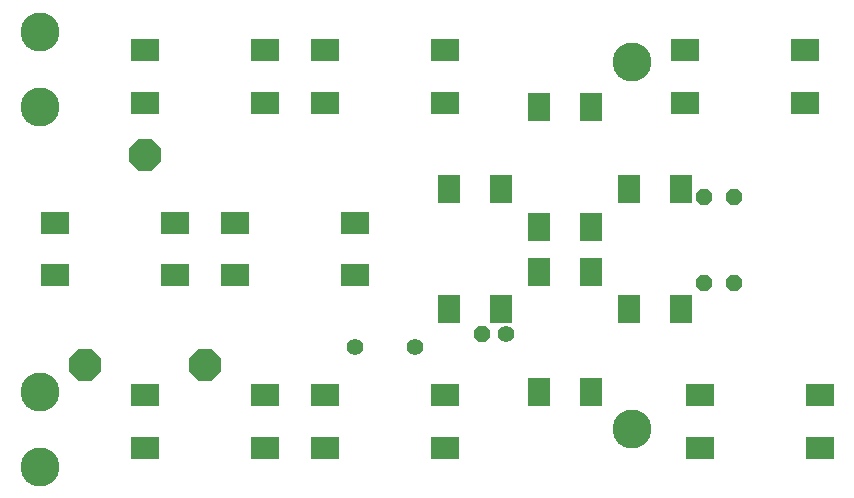
<source format=gbs>
G75*
G70*
%OFA0B0*%
%FSLAX24Y24*%
%IPPOS*%
%LPD*%
%AMOC8*
5,1,8,0,0,1.08239X$1,22.5*
%
%ADD10C,0.1300*%
%ADD11OC8,0.0560*%
%ADD12C,0.0560*%
%ADD13OC8,0.1040*%
%ADD14R,0.0940X0.0740*%
%ADD15R,0.0740X0.0940*%
D10*
X001130Y001130D03*
X001130Y003630D03*
X001130Y013130D03*
X001130Y015630D03*
X020880Y014630D03*
X020880Y002380D03*
D11*
X015855Y005568D03*
X023255Y007255D03*
X024255Y007255D03*
X024255Y010130D03*
X023255Y010130D03*
D12*
X016655Y005568D03*
X013630Y005130D03*
X011630Y005130D03*
D13*
X006630Y004505D03*
X002630Y004505D03*
X004630Y011505D03*
D14*
X004630Y013255D03*
X004630Y015005D03*
X008630Y015005D03*
X010630Y015005D03*
X010630Y013255D03*
X008630Y013255D03*
X014630Y013255D03*
X014630Y015005D03*
X022630Y015005D03*
X022630Y013255D03*
X026630Y013255D03*
X026630Y015005D03*
X011630Y009255D03*
X011630Y007505D03*
X007630Y007505D03*
X005630Y007505D03*
X005630Y009255D03*
X007630Y009255D03*
X001630Y009255D03*
X001630Y007505D03*
X004630Y003505D03*
X004630Y001755D03*
X008630Y001755D03*
X010630Y001755D03*
X010630Y003505D03*
X008630Y003505D03*
X014630Y003505D03*
X014630Y001755D03*
X023130Y001755D03*
X023130Y003505D03*
X027130Y003505D03*
X027130Y001755D03*
D15*
X019505Y003630D03*
X017755Y003630D03*
X016505Y006380D03*
X014755Y006380D03*
X017755Y007630D03*
X019505Y007630D03*
X020755Y006380D03*
X022505Y006380D03*
X019505Y009130D03*
X017755Y009130D03*
X016505Y010380D03*
X014755Y010380D03*
X017755Y013130D03*
X019505Y013130D03*
X020755Y010380D03*
X022505Y010380D03*
M02*

</source>
